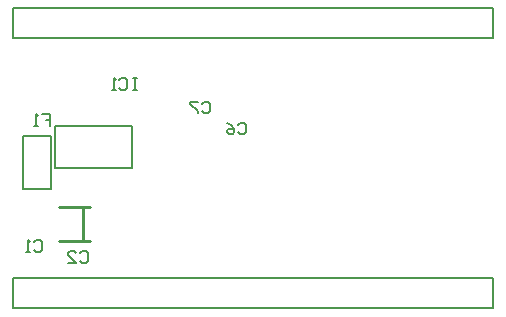
<source format=gbo>
G04 Layer_Color=32896*
%FSLAX25Y25*%
%MOIN*%
G70*
G01*
G75*
%ADD23C,0.00787*%
%ADD274C,0.01000*%
%ADD275C,0.00800*%
D23*
X2000Y92000D02*
Y102000D01*
Y92000D02*
X162000D01*
X2000Y102000D02*
X154500D01*
X162000Y92000D02*
Y102000D01*
X154500D02*
X162000D01*
X2000Y2000D02*
Y12000D01*
Y2000D02*
X162000D01*
X2000Y12000D02*
X154500D01*
X162000Y2000D02*
Y12000D01*
X154500D02*
X162000D01*
X5118Y41831D02*
X14567D01*
X5118D02*
Y59547D01*
X9843D01*
X14567Y41831D02*
Y59547D01*
X9843D02*
X14567D01*
X43307Y78739D02*
X41995D01*
X42651D01*
Y74803D01*
X43307D01*
X41995D01*
X37404Y78083D02*
X38059Y78739D01*
X39371D01*
X40027Y78083D01*
Y75459D01*
X39371Y74803D01*
X38059D01*
X37404Y75459D01*
X36092Y74803D02*
X34780D01*
X35436D01*
Y78739D01*
X36092Y78083D01*
X64856Y70222D02*
X65512Y70877D01*
X66824D01*
X67479Y70222D01*
Y67598D01*
X66824Y66942D01*
X65512D01*
X64856Y67598D01*
X63544Y70877D02*
X60920D01*
Y70222D01*
X63544Y67598D01*
Y66942D01*
X77056Y63222D02*
X77712Y63877D01*
X79024D01*
X79680Y63222D01*
Y60598D01*
X79024Y59942D01*
X77712D01*
X77056Y60598D01*
X73120Y63877D02*
X74432Y63222D01*
X75744Y61910D01*
Y60598D01*
X75088Y59942D01*
X73776D01*
X73120Y60598D01*
Y61254D01*
X73776Y61910D01*
X75744D01*
X24256Y20522D02*
X24912Y21178D01*
X26224D01*
X26880Y20522D01*
Y17898D01*
X26224Y17242D01*
X24912D01*
X24256Y17898D01*
X20320Y17242D02*
X22944D01*
X20320Y19865D01*
Y20522D01*
X20976Y21178D01*
X22288D01*
X22944Y20522D01*
X8956Y24122D02*
X9612Y24778D01*
X10924D01*
X11580Y24122D01*
Y21498D01*
X10924Y20842D01*
X9612D01*
X8956Y21498D01*
X7644Y20842D02*
X6332D01*
X6988D01*
Y24778D01*
X7644Y24122D01*
X11556Y66677D02*
X14179D01*
Y64710D01*
X12868D01*
X14179D01*
Y62742D01*
X10244D02*
X8932D01*
X9588D01*
Y66677D01*
X10244Y66022D01*
D274*
X25122Y24520D02*
Y35520D01*
X17323Y35618D02*
X27421D01*
X17323Y24422D02*
X27421D01*
D275*
X15840Y48909D02*
Y62909D01*
Y48909D02*
X41640D01*
X15840Y62909D02*
X41640D01*
Y48909D02*
Y62909D01*
M02*

</source>
